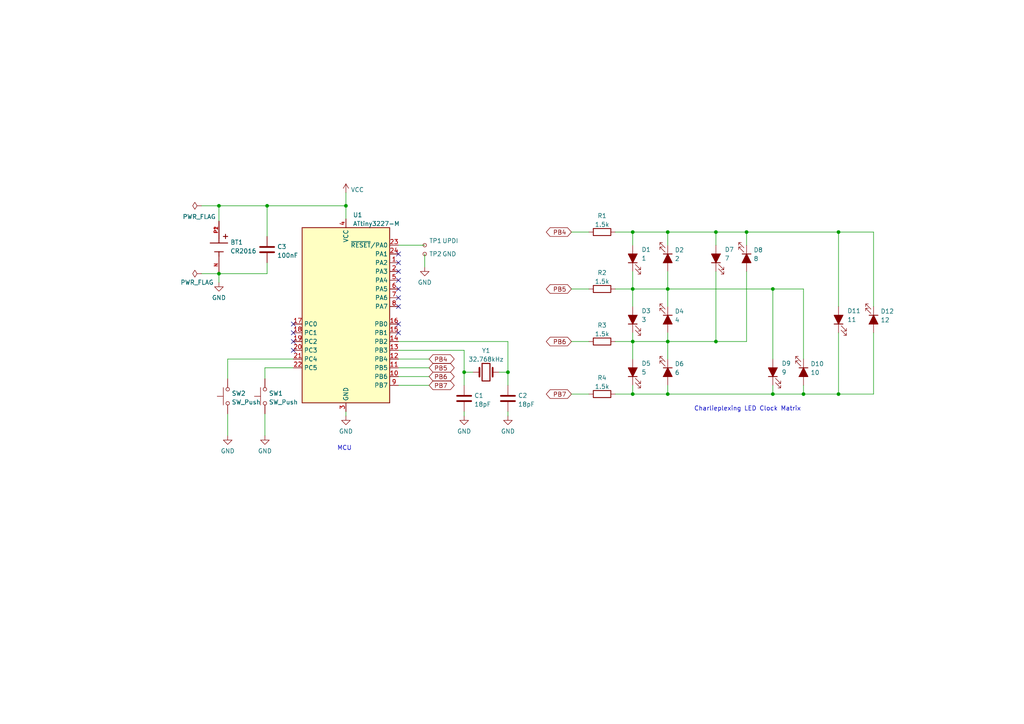
<source format=kicad_sch>
(kicad_sch (version 20211123) (generator eeschema)
  (paper "A4")
  (title_block (title "ATtiny3227 wristwatch") (date "2024-05-17") (rev "1.0") (company "www.e-tinkers.com") (comment 2 "Designed By: Henry Cheung"))
  (lib_symbols
    (symbol "Connector:TestPoint_Small" (pin_numbers hide) (pin_names (offset 0.762) hide)
      (property "Reference" "TP" (at 0 3.81 0))
      (property "Value" "TestPoint_Small" (at 0 2.032 0))
      (symbol "TestPoint_Small_0_1"
        (circle (center 0 0) (radius 0.508))
      )
      (symbol "TestPoint_Small_1_1"
        (pin passive line (at 0 0 90) (length 0) (name "1") (number "1"))
      )
    )
    (symbol "Device:C" (pin_numbers hide) (pin_names (offset 0.254))
      (property "Reference" "C" (at 0.635 2.54 0))
      (property "Value" "C" (at 0.635 -2.54 0))
      (symbol "C_0_1"
        (polyline (pts (xy -2.032 -0.762) (xy 2.032 -0.762)) (stroke (width 0.508)))
        (polyline (pts (xy -2.032 0.762) (xy 2.032 0.762)) (stroke (width 0.508)))
      )
      (symbol "C_1_1"
        (pin passive line (at 0 3.81 270) (length 2.794) (name "~") (number "1"))
        (pin passive line (at 0 -3.81 90) (length 2.794) (name "~") (number "2"))
      )
    )
    (symbol "Device:Crystal" (pin_numbers hide) (pin_names (offset 1.016) hide)
      (property "Reference" "Y" (at 0 3.81 0))
      (property "Value" "Crystal" (at 0 -3.81 0))
      (symbol "Crystal_0_1"
        (rectangle (start -1.143 2.54) (end 1.143 -2.54) (stroke (width 0.3048)))
        (polyline (pts (xy -2.54 0) (xy -1.905 0)))
        (polyline (pts (xy -1.905 -1.27) (xy -1.905 1.27)) (stroke (width 0.508)))
        (polyline (pts (xy 1.905 -1.27) (xy 1.905 1.27)) (stroke (width 0.508)))
        (polyline (pts (xy 2.54 0) (xy 1.905 0)))
      )
      (symbol "Crystal_1_1"
        (pin passive line (at -3.81 0 0) (length 1.27) (name "1") (number "1"))
        (pin passive line (at 3.81 0 180) (length 1.27) (name "2") (number "2"))
      )
    )
    (symbol "Device:LED_Filled" (pin_numbers hide) (pin_names (offset 1.016) hide)
      (property "Reference" "D" (at 0 2.54 0))
      (property "Value" "LED_Filled" (at 0 -2.54 0))
      (symbol "LED_Filled_0_1"
        (polyline (pts (xy -1.27 -1.27) (xy -1.27 1.27)) (stroke (width 0.254)))
        (polyline (pts (xy -1.27 0) (xy 1.27 0)))
        (polyline (pts (xy 1.27 -1.27) (xy 1.27 1.27) (xy -1.27 0) (xy 1.27 -1.27)) (stroke (width 0.254)) (fill (type outline)))
        (polyline (pts (xy -3.048 -0.762) (xy -4.572 -2.286) (xy -3.81 -2.286) (xy -4.572 -2.286) (xy -4.572 -1.524)))
        (polyline (pts (xy -1.778 -0.762) (xy -3.302 -2.286) (xy -2.54 -2.286) (xy -3.302 -2.286) (xy -3.302 -1.524)))
      )
      (symbol "LED_Filled_1_1"
        (pin passive line (at -3.81 0 0) (length 2.54) (name "K") (number "1"))
        (pin passive line (at 3.81 0 180) (length 2.54) (name "A") (number "2"))
      )
    )
    (symbol "Device:R" (pin_numbers hide) (pin_names (offset 0))
      (property "Reference" "R" (at 2.032 0 90))
      (property "Value" "R" (at 0 0 90))
      (symbol "R_0_1"
        (rectangle (start -1.016 -2.54) (end 1.016 2.54) (stroke (width 0.254)))
      )
      (symbol "R_1_1"
        (pin passive line (at 0 3.81 270) (length 1.27) (name "~") (number "1"))
        (pin passive line (at 0 -3.81 90) (length 1.27) (name "~") (number "2"))
      )
    )
    (symbol "MCU_Microchip_ATtiny:ATtiny3217-M"
      (property "Reference" "U" (at -12.7 26.67 0))
      (property "Value" "ATtiny3217-M" (at 2.54 -26.67 0))
      (symbol "ATtiny3217-M_0_1"
        (rectangle (start -12.7 -25.4) (end 12.7 25.4) (stroke (width 0.254)) (fill (type background)))
      )
      (symbol "ATtiny3217-M_1_1"
        (pin bidirectional line (at 15.24 15.24 180) (length 2.54) (name "PA2") (number "1"))
        (pin bidirectional line (at 15.24 -17.78 180) (length 2.54) (name "PB6") (number "10"))
        (pin bidirectional line (at 15.24 -15.24 180) (length 2.54) (name "PB5") (number "11"))
        (pin bidirectional line (at 15.24 -12.7 180) (length 2.54) (name "PB4") (number "12"))
        (pin bidirectional line (at 15.24 -10.16 180) (length 2.54) (name "PB3") (number "13"))
        (pin bidirectional line (at 15.24 -7.62 180) (length 2.54) (name "PB2") (number "14"))
        (pin bidirectional line (at 15.24 -5.08 180) (length 2.54) (name "PB1") (number "15"))
        (pin bidirectional line (at 15.24 -2.54 180) (length 2.54) (name "PB0") (number "16"))
        (pin bidirectional line (at -15.24 -2.54 0) (length 2.54) (name "PC0") (number "17"))
        (pin bidirectional line (at -15.24 -5.08 0) (length 2.54) (name "PC1") (number "18"))
        (pin bidirectional line (at -15.24 -7.62 0) (length 2.54) (name "PC2") (number "19"))
        (pin bidirectional line (at 15.24 12.7 180) (length 2.54) (name "PA3") (number "2"))
        (pin bidirectional line (at -15.24 -10.16 0) (length 2.54) (name "PC3") (number "20"))
        (pin bidirectional line (at -15.24 -12.7 0) (length 2.54) (name "PC4") (number "21"))
        (pin bidirectional line (at -15.24 -15.24 0) (length 2.54) (name "PC5") (number "22"))
        (pin bidirectional line (at 15.24 20.32 180) (length 2.54) (name "~{RESET}/PA0") (number "23"))
        (pin bidirectional line (at 15.24 17.78 180) (length 2.54) (name "PA1") (number "24"))
        (pin passive line (at 0 -27.94 90) (length 2.54) hide (name "GND") (number "25"))
        (pin power_in line (at 0 -27.94 90) (length 2.54) (name "GND") (number "3"))
        (pin power_in line (at 0 27.94 270) (length 2.54) (name "VCC") (number "4"))
        (pin bidirectional line (at 15.24 10.16 180) (length 2.54) (name "PA4") (number "5"))
        (pin bidirectional line (at 15.24 7.62 180) (length 2.54) (name "PA5") (number "6"))
        (pin bidirectional line (at 15.24 5.08 180) (length 2.54) (name "PA6") (number "7"))
        (pin bidirectional line (at 15.24 2.54 180) (length 2.54) (name "PA7") (number "8"))
        (pin bidirectional line (at 15.24 -20.32 180) (length 2.54) (name "PB7") (number "9"))
      )
    )
    (symbol "Switch:SW_Push" (pin_numbers hide) (pin_names (offset 1.016) hide)
      (property "Reference" "SW" (at 1.27 2.54 0))
      (property "Value" "SW_Push" (at 0 -1.524 0))
      (symbol "SW_Push_0_1"
        (circle (center -2.032 0) (radius 0.508))
        (polyline (pts (xy 0 1.27) (xy 0 3.048)))
        (polyline (pts (xy 2.54 1.27) (xy -2.54 1.27)))
        (circle (center 2.032 0) (radius 0.508))
        (pin passive line (at -5.08 0 0) (length 2.54) (name "1") (number "1"))
        (pin passive line (at 5.08 0 180) (length 2.54) (name "2") (number "2"))
      )
    )
    (symbol "my_library:BatteryHolder_Coin_Cell" (pin_names (offset 1.016))
      (property "Reference" "BT" (at -3.81 3.81 0))
      (property "Value" "BatteryHolder_Coin_Cell" (at -3.81 -5.08 0))
      (symbol "BatteryHolder_Coin_Cell_0_0"
        (polyline (pts (xy -3.81 1.905) (xy -2.54 1.905)) (stroke (width 0.254)))
        (polyline (pts (xy -3.175 2.54) (xy -3.175 1.27)) (stroke (width 0.254)))
        (polyline (pts (xy -1.27 0) (xy -2.54 0)) (stroke (width 0.254)))
        (polyline (pts (xy -1.27 0) (xy -1.27 -2.54)) (stroke (width 0.254)))
        (polyline (pts (xy -1.27 2.54) (xy -1.27 0)) (stroke (width 0.254)))
        (polyline (pts (xy 1.27 0) (xy 1.27 -1.27)) (stroke (width 0.254)))
        (polyline (pts (xy 1.27 0) (xy 2.54 0)) (stroke (width 0.254)))
        (polyline (pts (xy 1.27 1.27) (xy 1.27 0)) (stroke (width 0.254)))
        (pin passive line (at 7.62 0 180) (length 5.08) (name "~") (number "N"))
        (pin passive line (at -7.62 0 0) (length 5.08) (name "~") (number "P1"))
        (pin passive line (at -7.62 0 0) (length 5.08) (name "~") (number "P2"))
      )
    )
    (symbol "power:GND" (power) (pin_names (offset 0))
      (property "Value" "GND" (at 0 -3.81 0))
      (symbol "GND_0_1"
        (polyline (pts (xy 0 0) (xy 0 -1.27) (xy 1.27 -1.27) (xy 0 -2.54) (xy -1.27 -1.27) (xy 0 -1.27)))
      )
      (symbol "GND_1_1"
        (pin power_in line (at 0 0 270) (length 0) hide (name "GND") (number "1"))
      )
    )
    (symbol "power:PWR_FLAG" (power) (pin_numbers hide) (pin_names (offset 0) hide)
      (property "Value" "PWR_FLAG" (at 0 3.81 0))
      (symbol "PWR_FLAG_0_0"
        (pin power_out line (at 0 0 90) (length 0) (name "pwr") (number "1"))
      )
      (symbol "PWR_FLAG_0_1"
        (polyline (pts (xy 0 0) (xy 0 1.27) (xy -1.016 1.905) (xy 0 2.54) (xy 1.016 1.905) (xy 0 1.27)))
      )
    )
    (symbol "power:VCC" (power) (pin_names (offset 0))
      (property "Value" "VCC" (at 0 3.81 0))
      (symbol "VCC_0_1"
        (polyline (pts (xy -0.762 1.27) (xy 0 2.54)))
        (polyline (pts (xy 0 0) (xy 0 2.54)))
        (polyline (pts (xy 0 2.54) (xy 0.762 1.27)))
      )
      (symbol "VCC_1_1"
        (pin power_in line (at 0 0 90) (length 0) hide (name "VCC") (number "1"))
      )
    )
  )
  (junction (at 183.515 83.82))
  (junction (at 193.675 99.06))
  (junction (at 77.47 59.69))
  (junction (at 207.645 99.06))
  (junction (at 100.33 59.69))
  (junction (at 183.515 99.06))
  (junction (at 193.675 67.31))
  (junction (at 224.155 114.3))
  (junction (at 243.205 114.3))
  (junction (at 216.535 67.31))
  (junction (at 207.645 67.31))
  (junction (at 63.5 79.375))
  (junction (at 183.515 67.31))
  (junction (at 183.515 114.3))
  (junction (at 134.62 107.95))
  (junction (at 147.32 107.95))
  (junction (at 63.5 59.69))
  (junction (at 233.045 114.3))
  (junction (at 243.205 67.31))
  (junction (at 224.155 83.82))
  (junction (at 193.675 114.3))
  (junction (at 193.675 83.82))
  (no_connect (at 115.57 73.66))
  (no_connect (at 85.09 101.6))
  (no_connect (at 115.57 83.82))
  (no_connect (at 85.09 93.98))
  (no_connect (at 115.57 78.74))
  (no_connect (at 115.57 96.52))
  (no_connect (at 115.57 88.9))
  (no_connect (at 85.09 99.06))
  (no_connect (at 115.57 93.98))
  (no_connect (at 85.09 96.52))
  (no_connect (at 115.57 76.2))
  (no_connect (at 115.57 86.36))
  (no_connect (at 115.57 81.28))
  (wire (pts (xy 66.04 104.14) (xy 66.04 109.855)))
  (wire (pts (xy 224.155 83.82) (xy 233.045 83.82)))
  (wire (pts (xy 100.33 119.38) (xy 100.33 120.65)))
  (wire (pts (xy 134.62 107.95) (xy 137.16 107.95)))
  (wire (pts (xy 253.365 67.31) (xy 243.205 67.31)))
  (wire (pts (xy 58.42 79.375) (xy 63.5 79.375)))
  (wire (pts (xy 100.33 59.69) (xy 77.47 59.69)))
  (wire (pts (xy 193.675 83.82) (xy 193.675 88.9)))
  (wire (pts (xy 183.515 114.3) (xy 193.675 114.3)))
  (wire (pts (xy 144.78 107.95) (xy 147.32 107.95)))
  (wire (pts (xy 243.205 67.31) (xy 243.205 88.9)))
  (wire (pts (xy 147.32 119.38) (xy 147.32 120.65)))
  (wire (pts (xy 183.515 99.06) (xy 193.675 99.06)))
  (wire (pts (xy 77.47 59.69) (xy 77.47 68.58)))
  (wire (pts (xy 178.435 114.3) (xy 183.515 114.3)))
  (wire (pts (xy 178.435 99.06) (xy 183.515 99.06)))
  (wire (pts (xy 216.535 67.31) (xy 207.645 67.31)))
  (wire (pts (xy 193.675 96.52) (xy 193.675 99.06)))
  (wire (pts (xy 76.835 106.68) (xy 76.835 109.855)))
  (wire (pts (xy 178.435 83.82) (xy 183.515 83.82)))
  (wire (pts (xy 183.515 67.31) (xy 183.515 71.12)))
  (wire (pts (xy 85.09 106.68) (xy 76.835 106.68)))
  (wire (pts (xy 183.515 99.06) (xy 183.515 104.14)))
  (wire (pts (xy 243.205 67.31) (xy 216.535 67.31)))
  (wire (pts (xy 115.57 109.22) (xy 124.46 109.22)))
  (wire (pts (xy 115.57 99.06) (xy 147.32 99.06)))
  (wire (pts (xy 183.515 83.82) (xy 183.515 88.9)))
  (wire (pts (xy 207.645 67.31) (xy 193.675 67.31)))
  (wire (pts (xy 100.33 55.88) (xy 100.33 59.69)))
  (wire (pts (xy 147.32 107.95) (xy 147.32 111.76)))
  (wire (pts (xy 193.675 114.3) (xy 224.155 114.3)))
  (wire (pts (xy 77.47 76.2) (xy 77.47 79.375)))
  (wire (pts (xy 243.205 114.3) (xy 253.365 114.3)))
  (wire (pts (xy 115.57 101.6) (xy 134.62 101.6)))
  (wire (pts (xy 115.57 104.14) (xy 124.46 104.14)))
  (wire (pts (xy 216.535 67.31) (xy 216.535 71.12)))
  (wire (pts (xy 193.675 99.06) (xy 193.675 104.14)))
  (wire (pts (xy 193.675 83.82) (xy 224.155 83.82)))
  (wire (pts (xy 165.735 67.31) (xy 170.815 67.31)))
  (wire (pts (xy 253.365 114.3) (xy 253.365 96.52)))
  (wire (pts (xy 207.645 99.06) (xy 216.535 99.06)))
  (wire (pts (xy 85.09 104.14) (xy 66.04 104.14)))
  (wire (pts (xy 134.62 119.38) (xy 134.62 120.65)))
  (wire (pts (xy 100.33 59.69) (xy 100.33 63.5)))
  (wire (pts (xy 216.535 99.06) (xy 216.535 78.74)))
  (wire (pts (xy 76.835 120.015) (xy 76.835 126.365)))
  (wire (pts (xy 233.045 111.76) (xy 233.045 114.3)))
  (wire (pts (xy 233.045 114.3) (xy 243.205 114.3)))
  (wire (pts (xy 183.515 78.74) (xy 183.515 83.82)))
  (wire (pts (xy 233.045 83.82) (xy 233.045 104.14)))
  (wire (pts (xy 115.57 71.12) (xy 123.19 71.12)))
  (wire (pts (xy 115.57 111.76) (xy 124.46 111.76)))
  (wire (pts (xy 193.675 78.74) (xy 193.675 83.82)))
  (wire (pts (xy 58.42 59.69) (xy 63.5 59.69)))
  (wire (pts (xy 63.5 79.375) (xy 77.47 79.375)))
  (wire (pts (xy 224.155 114.3) (xy 233.045 114.3)))
  (wire (pts (xy 183.515 96.52) (xy 183.515 99.06)))
  (wire (pts (xy 123.19 73.66) (xy 123.19 77.47)))
  (wire (pts (xy 165.735 114.3) (xy 170.815 114.3)))
  (wire (pts (xy 66.04 120.015) (xy 66.04 126.365)))
  (wire (pts (xy 183.515 83.82) (xy 193.675 83.82)))
  (wire (pts (xy 165.735 83.82) (xy 170.815 83.82)))
  (wire (pts (xy 193.675 67.31) (xy 183.515 67.31)))
  (wire (pts (xy 165.735 99.06) (xy 170.815 99.06)))
  (wire (pts (xy 224.155 111.76) (xy 224.155 114.3)))
  (wire (pts (xy 63.5 59.69) (xy 63.5 64.135)))
  (wire (pts (xy 134.62 101.6) (xy 134.62 107.95)))
  (wire (pts (xy 147.32 99.06) (xy 147.32 107.95)))
  (wire (pts (xy 207.645 67.31) (xy 207.645 71.12)))
  (wire (pts (xy 63.5 79.375) (xy 63.5 81.915)))
  (wire (pts (xy 178.435 67.31) (xy 183.515 67.31)))
  (wire (pts (xy 224.155 83.82) (xy 224.155 104.14)))
  (wire (pts (xy 253.365 88.9) (xy 253.365 67.31)))
  (wire (pts (xy 134.62 107.95) (xy 134.62 111.76)))
  (wire (pts (xy 63.5 59.69) (xy 77.47 59.69)))
  (wire (pts (xy 193.675 99.06) (xy 207.645 99.06)))
  (wire (pts (xy 243.205 96.52) (xy 243.205 114.3)))
  (wire (pts (xy 193.675 111.76) (xy 193.675 114.3)))
  (wire (pts (xy 193.675 67.31) (xy 193.675 71.12)))
  (wire (pts (xy 115.57 106.68) (xy 124.46 106.68)))
  (wire (pts (xy 207.645 78.74) (xy 207.645 99.06)))
  (wire (pts (xy 183.515 111.76) (xy 183.515 114.3)))
  (text "MCU" (at 97.79 130.81 0) (effects (font (size 1.27 1.27)) (justify left bottom)))
  (text "Charlieplexing LED Clock Matrix" (at 201.295 119.38 0) (effects (font (size 1.27 1.27)) (justify left bottom)))
  (global_label "PB4" (shape bidirectional) (at 124.46 104.14 0) (property "Intersheet References" "${INTERSHEET_REFS}" (effects hide)))
  (global_label "PB4" (shape bidirectional) (at 165.735 67.31 180) (property "Intersheet References" "${INTERSHEET_REFS}" (effects hide)))
  (global_label "PB5" (shape bidirectional) (at 165.735 83.82 180) (property "Intersheet References" "${INTERSHEET_REFS}" (effects hide)))
  (global_label "PB6" (shape bidirectional) (at 165.735 99.06 180) (property "Intersheet References" "${INTERSHEET_REFS}" (effects hide)))
  (global_label "PB5" (shape bidirectional) (at 124.46 106.68 0) (property "Intersheet References" "${INTERSHEET_REFS}" (effects hide)))
  (global_label "PB6" (shape bidirectional) (at 124.46 109.22 0) (property "Intersheet References" "${INTERSHEET_REFS}" (effects hide)))
  (global_label "PB7" (shape bidirectional) (at 165.735 114.3 180) (property "Intersheet References" "${INTERSHEET_REFS}" (effects hide)))
  (global_label "PB7" (shape bidirectional) (at 124.46 111.76 0) (property "Intersheet References" "${INTERSHEET_REFS}" (effects hide)))
  (symbol (lib_id "power:PWR_FLAG") (at 58.42 79.375 90) (unit 1)
    (property "Reference" "#FLG03" (effects hide))
    (property "Value" "PWR_FLAG" (at 57.15 81.915 90))
  )
  (symbol (lib_id "Device:LED_Filled") (at 216.535 74.93 270) (unit 1)
    (property "Reference" "D8" (at 218.567 72.5078 90) (effects (justify left)))
    (property "Value" "8" (at 218.567 75.0447 90) (effects (justify left)))
    (property "Footprint" "LED_SMD:LED_0603_1608Metric" (effects hide))
  )
  (symbol (lib_id "Device:Crystal") (at 140.97 107.95 0) (unit 1)
    (property "Reference" "Y1" (at 140.97 101.6848 0))
    (property "Value" "32.768kHz" (at 140.97 104.2217 0))
    (property "Footprint" "Crystal:Crystal_SMD_3215-2Pin_3.2x1.5mm" (effects hide))
  )
  (symbol (lib_id "power:PWR_FLAG") (at 58.42 59.69 90) (unit 1)
    (property "Reference" "#FLG02" (effects hide))
    (property "Value" "PWR_FLAG" (at 57.785 62.865 90))
  )
  (symbol (lib_id "Switch:SW_Push") (at 76.835 114.935 90) (unit 1)
    (property "Reference" "SW1" (at 77.978 114.1003 90) (effects (justify right)))
    (property "Value" "SW_Push" (at 77.978 116.6372 90) (effects (justify right)))
    (property "Footprint" "easyeda2kicad:KEY-SMD_TS3819ZJ" (effects hide))
  )
  (symbol (lib_id "power:GND") (at 63.5 81.915 0) (unit 1)
    (property "Reference" "#PWR010" (effects hide))
    (property "Value" "GND" (at 63.5 86.3584 0))
  )
  (symbol (lib_id "Device:LED_Filled") (at 183.515 74.93 90) (unit 1)
    (property "Reference" "D1" (at 186.055 72.3931 90) (effects (justify right)))
    (property "Value" "1" (at 186.055 74.93 90) (effects (justify right)))
    (property "Footprint" "LED_SMD:LED_0603_1608Metric" (effects hide))
  )
  (symbol (lib_id "power:GND") (at 147.32 120.65 0) (unit 1)
    (property "Reference" "#PWR02" (effects hide))
    (property "Value" "GND" (at 147.32 125.0934 0))
  )
  (symbol (lib_id "Device:R") (at 174.625 114.3 90) (unit 1)
    (property "Reference" "R4" (at 174.625 109.5842 90))
    (property "Value" "1.5k" (at 174.625 112.1211 90))
    (property "Footprint" "Resistor_SMD:R_0603_1608Metric" (effects hide))
  )
  (symbol (lib_id "Connector:TestPoint_Small") (at 123.19 71.12 0) (unit 1)
    (property "Reference" "TP1" (at 124.46 69.85 0) (effects (justify left)))
    (property "Value" "UPDI" (at 128.27 69.85 0) (effects (justify left)))
    (property "Footprint" "TestPoint:TestPoint_Pad_D1.5mm" (effects hide))
  )
  (symbol (lib_id "Device:LED_Filled") (at 193.675 74.93 270) (unit 1)
    (property "Reference" "D2" (at 195.707 72.5078 90) (effects (justify left)))
    (property "Value" "2" (at 195.707 75.0447 90) (effects (justify left)))
    (property "Footprint" "LED_SMD:LED_0603_1608Metric" (effects hide))
  )
  (symbol (lib_id "Device:LED_Filled") (at 183.515 107.95 90) (unit 1)
    (property "Reference" "D5" (at 186.055 105.4131 90) (effects (justify right)))
    (property "Value" "5" (at 186.055 107.95 90) (effects (justify right)))
    (property "Footprint" "LED_SMD:LED_0603_1608Metric" (effects hide))
  )
  (symbol (lib_id "Device:C") (at 77.47 72.39 0) (unit 1)
    (property "Reference" "C3" (at 80.391 71.5553 0) (effects (justify left)))
    (property "Value" "100nF" (at 80.391 74.0922 0) (effects (justify left)))
    (property "Footprint" "Capacitor_SMD:C_0603_1608Metric" (effects hide))
  )
  (symbol (lib_id "power:GND") (at 134.62 120.65 0) (unit 1)
    (property "Reference" "#PWR01" (effects hide))
    (property "Value" "GND" (at 134.62 125.0934 0))
  )
  (symbol (lib_id "my_library:BatteryHolder_Coin_Cell") (at 63.5 71.755 270) (unit 1)
    (property "Reference" "BT1" (at 66.802 70.2853 90) (effects (justify left)))
    (property "Value" "CR2016" (at 66.802 72.8222 90) (effects (justify left)))
    (property "Footprint" "my_library:BatteryHolder_CR2016_SMD" (effects hide))
  )
  (symbol (lib_id "Device:LED_Filled") (at 253.365 92.71 270) (unit 1)
    (property "Reference" "D12" (at 255.397 90.2878 90) (effects (justify left)))
    (property "Value" "12" (at 255.397 92.8247 90) (effects (justify left)))
    (property "Footprint" "LED_SMD:LED_0603_1608Metric" (effects hide))
  )
  (symbol (lib_id "Device:R") (at 174.625 99.06 90) (unit 1)
    (property "Reference" "R3" (at 174.625 94.3442 90))
    (property "Value" "1.5k" (at 174.625 96.8811 90))
    (property "Footprint" "Resistor_SMD:R_0603_1608Metric" (effects hide))
  )
  (symbol (lib_id "Device:R") (at 174.625 83.82 90) (unit 1)
    (property "Reference" "R2" (at 174.625 79.1042 90))
    (property "Value" "1.5k" (at 174.625 81.6411 90))
    (property "Footprint" "Resistor_SMD:R_0603_1608Metric" (effects hide))
  )
  (symbol (lib_id "Device:C") (at 147.32 115.57 0) (unit 1)
    (property "Reference" "C2" (at 150.241 114.7353 0) (effects (justify left)))
    (property "Value" "18pF" (at 150.241 117.2722 0) (effects (justify left)))
    (property "Footprint" "Capacitor_SMD:C_0603_1608Metric" (effects hide))
  )
  (symbol (lib_id "power:GND") (at 100.33 120.65 0) (unit 1)
    (property "Reference" "#PWR011" (effects hide))
    (property "Value" "GND" (at 100.33 125.0934 0))
  )
  (symbol (lib_id "power:GND") (at 76.835 126.365 0) (unit 1)
    (property "Reference" "#PWR03" (effects hide))
    (property "Value" "GND" (at 76.835 130.8084 0))
  )
  (symbol (lib_id "MCU_Microchip_ATtiny:ATtiny3217-M") (at 100.33 91.44 0) (unit 1)
    (property "Reference" "U1" (at 102.3494 62.3402 0) (effects (justify left)))
    (property "Value" "ATtiny3227-M" (at 102.3494 64.8771 0) (effects (justify left)))
    (property "Footprint" "Package_DFN_QFN:QFN-24-1EP_4x4mm_P0.5mm_EP2.6x2.6mm" (effects hide))
    (property "Datasheet" "http://ww1.microchip.com/downloads/en/DeviceDoc/ATtiny3217_1617-Data-Sheet-40001999B.pdf" (effects hide))
  )
  (symbol (lib_id "Device:LED_Filled") (at 207.645 74.93 90) (unit 1)
    (property "Reference" "D7" (at 210.185 72.39 90) (effects (justify right)))
    (property "Value" "7" (at 210.185 74.93 90) (effects (justify right)))
    (property "Footprint" "LED_SMD:LED_0603_1608Metric" (effects hide))
  )
  (symbol (lib_id "Device:LED_Filled") (at 193.675 107.95 270) (unit 1)
    (property "Reference" "D6" (at 195.707 105.5278 90) (effects (justify left)))
    (property "Value" "6" (at 195.707 108.0647 90) (effects (justify left)))
    (property "Footprint" "LED_SMD:LED_0603_1608Metric" (effects hide))
  )
  (symbol (lib_id "power:GND") (at 66.04 126.365 0) (unit 1)
    (property "Reference" "#PWR04" (effects hide))
    (property "Value" "GND" (at 66.04 130.8084 0))
  )
  (symbol (lib_id "Device:LED_Filled") (at 183.515 92.71 90) (unit 1)
    (property "Reference" "D3" (at 186.055 90.1731 90) (effects (justify right)))
    (property "Value" "3" (at 186.055 92.71 90) (effects (justify right)))
    (property "Footprint" "LED_SMD:LED_0603_1608Metric" (effects hide))
  )
  (symbol (lib_id "Device:LED_Filled") (at 224.155 107.95 90) (unit 1)
    (property "Reference" "D9" (at 226.695 105.4131 90) (effects (justify right)))
    (property "Value" "9" (at 226.695 107.95 90) (effects (justify right)))
    (property "Footprint" "LED_SMD:LED_0603_1608Metric" (effects hide))
  )
  (symbol (lib_id "Device:LED_Filled") (at 233.045 107.95 270) (unit 1)
    (property "Reference" "D10" (at 235.077 105.5278 90) (effects (justify left)))
    (property "Value" "10" (at 235.077 108.0647 90) (effects (justify left)))
    (property "Footprint" "LED_SMD:LED_0603_1608Metric" (effects hide))
  )
  (symbol (lib_id "power:GND") (at 123.19 77.47 0) (unit 1)
    (property "Reference" "#PWR0101" (effects hide))
    (property "Value" "GND" (at 123.19 81.9134 0))
  )
  (symbol (lib_id "Connector:TestPoint_Small") (at 123.19 73.66 0) (unit 1)
    (property "Reference" "TP2" (at 124.46 73.66 0) (effects (justify left)))
    (property "Value" "GND" (at 128.27 73.66 0) (effects (justify left)))
    (property "Footprint" "TestPoint:TestPoint_Pad_D1.5mm" (effects hide))
  )
  (symbol (lib_id "Switch:SW_Push") (at 66.04 114.935 90) (unit 1)
    (property "Reference" "SW2" (at 67.183 114.1003 90) (effects (justify right)))
    (property "Value" "SW_Push" (at 67.183 116.6372 90) (effects (justify right)))
    (property "Footprint" "easyeda2kicad:KEY-SMD_TS3819ZJ" (effects hide))
  )
  (symbol (lib_id "Device:C") (at 134.62 115.57 0) (unit 1)
    (property "Reference" "C1" (at 137.541 114.7353 0) (effects (justify left)))
    (property "Value" "18pF" (at 137.541 117.2722 0) (effects (justify left)))
    (property "Footprint" "Capacitor_SMD:C_0603_1608Metric" (effects hide))
  )
  (symbol (lib_id "power:VCC") (at 100.33 55.88 0) (unit 1)
    (property "Reference" "#PWR05" (effects hide))
    (property "Value" "VCC" (at 101.727 55.0438 0) (effects (justify left)))
  )
  (symbol (lib_id "Device:R") (at 174.625 67.31 90) (unit 1)
    (property "Reference" "R1" (at 174.625 62.5942 90))
    (property "Value" "1.5k" (at 174.625 65.1311 90))
    (property "Footprint" "Resistor_SMD:R_0603_1608Metric" (effects hide))
  )
  (symbol (lib_id "Device:LED_Filled") (at 193.675 92.71 270) (unit 1)
    (property "Reference" "D4" (at 195.707 90.2878 90) (effects (justify left)))
    (property "Value" "4" (at 195.707 92.8247 90) (effects (justify left)))
    (property "Footprint" "LED_SMD:LED_0603_1608Metric" (effects hide))
  )
  (symbol (lib_id "Device:LED_Filled") (at 243.205 92.71 90) (unit 1)
    (property "Reference" "D11" (at 245.745 90.17 90) (effects (justify right)))
    (property "Value" "11" (at 245.745 92.7069 90) (effects (justify right)))
    (property "Footprint" "LED_SMD:LED_0603_1608Metric" (effects hide))
  )
)
</source>
